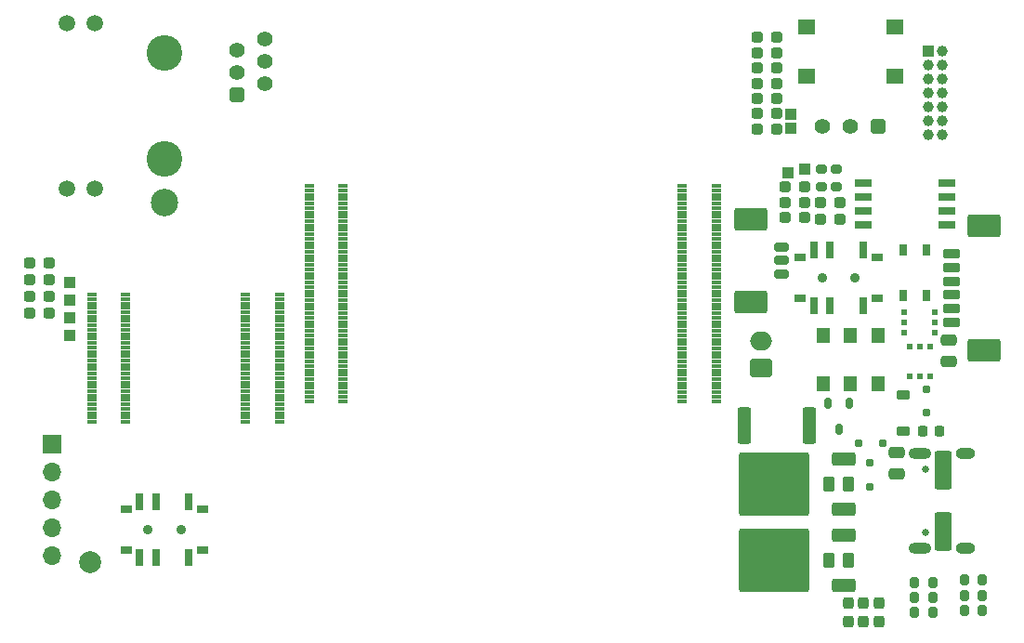
<source format=gbr>
%TF.GenerationSoftware,KiCad,Pcbnew,7.0.11*%
%TF.CreationDate,2025-07-19T14:24:56+09:00*%
%TF.ProjectId,RasPi,52617350-692e-46b6-9963-61645f706362,rev?*%
%TF.SameCoordinates,Original*%
%TF.FileFunction,Soldermask,Top*%
%TF.FilePolarity,Negative*%
%FSLAX46Y46*%
G04 Gerber Fmt 4.6, Leading zero omitted, Abs format (unit mm)*
G04 Created by KiCad (PCBNEW 7.0.11) date 2025-07-19 14:24:56*
%MOMM*%
%LPD*%
G01*
G04 APERTURE LIST*
G04 Aperture macros list*
%AMRoundRect*
0 Rectangle with rounded corners*
0 $1 Rounding radius*
0 $2 $3 $4 $5 $6 $7 $8 $9 X,Y pos of 4 corners*
0 Add a 4 corners polygon primitive as box body*
4,1,4,$2,$3,$4,$5,$6,$7,$8,$9,$2,$3,0*
0 Add four circle primitives for the rounded corners*
1,1,$1+$1,$2,$3*
1,1,$1+$1,$4,$5*
1,1,$1+$1,$6,$7*
1,1,$1+$1,$8,$9*
0 Add four rect primitives between the rounded corners*
20,1,$1+$1,$2,$3,$4,$5,0*
20,1,$1+$1,$4,$5,$6,$7,0*
20,1,$1+$1,$6,$7,$8,$9,0*
20,1,$1+$1,$8,$9,$2,$3,0*%
G04 Aperture macros list end*
%ADD10RoundRect,0.102000X-0.350000X0.100000X-0.350000X-0.100000X0.350000X-0.100000X0.350000X0.100000X0*%
%ADD11R,1.600000X1.400000*%
%ADD12RoundRect,0.102000X0.350000X-0.100000X0.350000X0.100000X-0.350000X0.100000X-0.350000X-0.100000X0*%
%ADD13RoundRect,0.250000X0.750000X-0.600000X0.750000X0.600000X-0.750000X0.600000X-0.750000X-0.600000X0*%
%ADD14O,2.000000X1.700000*%
%ADD15RoundRect,0.200000X0.275000X-0.200000X0.275000X0.200000X-0.275000X0.200000X-0.275000X-0.200000X0*%
%ADD16R,0.620000X0.575000*%
%ADD17R,1.000000X1.000000*%
%ADD18RoundRect,0.250000X-0.550000X1.500000X-0.550000X-1.500000X0.550000X-1.500000X0.550000X1.500000X0*%
%ADD19RoundRect,0.237500X0.287500X0.237500X-0.287500X0.237500X-0.287500X-0.237500X0.287500X-0.237500X0*%
%ADD20R,1.200000X1.400000*%
%ADD21RoundRect,0.237500X0.237500X-0.287500X0.237500X0.287500X-0.237500X0.287500X-0.237500X-0.287500X0*%
%ADD22RoundRect,0.175000X0.175000X-0.175000X0.175000X0.175000X-0.175000X0.175000X-0.175000X-0.175000X0*%
%ADD23RoundRect,0.250000X-0.262500X-0.450000X0.262500X-0.450000X0.262500X0.450000X-0.262500X0.450000X0*%
%ADD24C,1.000000*%
%ADD25RoundRect,0.200000X-0.200000X-0.275000X0.200000X-0.275000X0.200000X0.275000X-0.200000X0.275000X0*%
%ADD26R,0.575000X0.620000*%
%ADD27RoundRect,0.200000X-0.450000X0.200000X-0.450000X-0.200000X0.450000X-0.200000X0.450000X0.200000X0*%
%ADD28RoundRect,0.250001X-1.249999X0.799999X-1.249999X-0.799999X1.249999X-0.799999X1.249999X0.799999X0*%
%ADD29C,3.250000*%
%ADD30RoundRect,0.350000X-0.350000X0.350000X-0.350000X-0.350000X0.350000X-0.350000X0.350000X0.350000X0*%
%ADD31C,1.400000*%
%ADD32C,1.500000*%
%ADD33C,2.500000*%
%ADD34RoundRect,0.237500X-0.287500X-0.237500X0.287500X-0.237500X0.287500X0.237500X-0.287500X0.237500X0*%
%ADD35C,2.000000*%
%ADD36RoundRect,0.225000X0.375000X-0.225000X0.375000X0.225000X-0.375000X0.225000X-0.375000X-0.225000X0*%
%ADD37RoundRect,0.175000X-0.175000X0.325000X-0.175000X-0.325000X0.175000X-0.325000X0.175000X0.325000X0*%
%ADD38C,0.900000*%
%ADD39R,0.700000X1.500000*%
%ADD40R,1.000000X0.800000*%
%ADD41RoundRect,0.175000X-0.175000X0.175000X-0.175000X-0.175000X0.175000X-0.175000X0.175000X0.175000X0*%
%ADD42RoundRect,0.200000X0.600000X-0.200000X0.600000X0.200000X-0.600000X0.200000X-0.600000X-0.200000X0*%
%ADD43RoundRect,0.250001X1.249999X-0.799999X1.249999X0.799999X-1.249999X0.799999X-1.249999X-0.799999X0*%
%ADD44RoundRect,0.250000X0.850000X0.350000X-0.850000X0.350000X-0.850000X-0.350000X0.850000X-0.350000X0*%
%ADD45RoundRect,0.249997X2.950003X2.650003X-2.950003X2.650003X-2.950003X-2.650003X2.950003X-2.650003X0*%
%ADD46R,1.600000X0.760000*%
%ADD47R,1.700000X1.700000*%
%ADD48O,1.700000X1.700000*%
%ADD49RoundRect,0.175000X0.175000X0.175000X-0.175000X0.175000X-0.175000X-0.175000X0.175000X-0.175000X0*%
%ADD50RoundRect,0.250000X-0.475000X0.250000X-0.475000X-0.250000X0.475000X-0.250000X0.475000X0.250000X0*%
%ADD51R,0.650000X1.050000*%
%ADD52RoundRect,0.218750X-0.218750X-0.256250X0.218750X-0.256250X0.218750X0.256250X-0.218750X0.256250X0*%
%ADD53RoundRect,0.250000X0.362500X1.425000X-0.362500X1.425000X-0.362500X-1.425000X0.362500X-1.425000X0*%
%ADD54RoundRect,0.250000X0.475000X-0.250000X0.475000X0.250000X-0.475000X0.250000X-0.475000X-0.250000X0*%
%ADD55C,0.650000*%
%ADD56O,1.800000X1.000000*%
%ADD57O,2.100000X1.000000*%
G04 APERTURE END LIST*
D10*
%TO.C,U1*%
X137809000Y-87534000D03*
X140889000Y-87534000D03*
X137809000Y-87934000D03*
X140889000Y-87934000D03*
X137809000Y-88334000D03*
X140889000Y-88334000D03*
X137809000Y-88734000D03*
X140889000Y-88734000D03*
X137809000Y-89134000D03*
X140889000Y-89134000D03*
X137809000Y-89534000D03*
X140889000Y-89534000D03*
X137809000Y-89934000D03*
X140889000Y-89934000D03*
X137809000Y-90334000D03*
X140889000Y-90334000D03*
X137809000Y-90734000D03*
X140889000Y-90734000D03*
X137809000Y-91134000D03*
X140889000Y-91134000D03*
X137809000Y-91534000D03*
X140889000Y-91534000D03*
X137809000Y-91934000D03*
X140889000Y-91934000D03*
X137809000Y-92334000D03*
X140889000Y-92334000D03*
X137809000Y-92734000D03*
X140889000Y-92734000D03*
X137809000Y-93134000D03*
X140889000Y-93134000D03*
X137809000Y-93534000D03*
X140889000Y-93534000D03*
X137809000Y-93934000D03*
X140889000Y-93934000D03*
X137809000Y-94334000D03*
X140889000Y-94334000D03*
X137809000Y-94734000D03*
X140889000Y-94734000D03*
X137809000Y-95134000D03*
X140889000Y-95134000D03*
X137809000Y-95534000D03*
X140889000Y-95534000D03*
X137809000Y-95934000D03*
X140889000Y-95934000D03*
X137809000Y-96334000D03*
X140889000Y-96334000D03*
X137809000Y-96734000D03*
X140889000Y-96734000D03*
X137809000Y-97134000D03*
X140889000Y-97134000D03*
X137809000Y-97534000D03*
X140889000Y-97534000D03*
X137809000Y-97934000D03*
X140889000Y-97934000D03*
X137809000Y-98334000D03*
X140889000Y-98334000D03*
X137809000Y-98734000D03*
X140889000Y-98734000D03*
X137809000Y-99134000D03*
X140889000Y-99134000D03*
X137809000Y-99534000D03*
X140889000Y-99534000D03*
X137809000Y-99934000D03*
X140889000Y-99934000D03*
X137809000Y-100334000D03*
X140889000Y-100334000D03*
X137809000Y-100734000D03*
X140889000Y-100734000D03*
X137809000Y-101134000D03*
X140889000Y-101134000D03*
X137809000Y-101534000D03*
X140889000Y-101534000D03*
X137809000Y-101934000D03*
X140889000Y-101934000D03*
X137809000Y-102334000D03*
X140889000Y-102334000D03*
X137809000Y-102734000D03*
X140889000Y-102734000D03*
X137809000Y-103134000D03*
X140889000Y-103134000D03*
X137809000Y-103534000D03*
X140889000Y-103534000D03*
X137809000Y-103934000D03*
X140889000Y-103934000D03*
X137809000Y-104334000D03*
X140889000Y-104334000D03*
X137809000Y-104734000D03*
X140889000Y-104734000D03*
X137809000Y-105134000D03*
X140889000Y-105134000D03*
X137809000Y-105534000D03*
X140889000Y-105534000D03*
X137809000Y-105934000D03*
X140889000Y-105934000D03*
X137809000Y-106334000D03*
X140889000Y-106334000D03*
X137809000Y-106734000D03*
X140889000Y-106734000D03*
X137809000Y-107134000D03*
X140889000Y-107134000D03*
X171809000Y-87534000D03*
X174889000Y-87534000D03*
X171809000Y-87934000D03*
X174889000Y-87934000D03*
X171809000Y-88334000D03*
X174889000Y-88334000D03*
X171809000Y-88734000D03*
X174889000Y-88734000D03*
X171809000Y-89134000D03*
X174889000Y-89134000D03*
X171809000Y-89534000D03*
X174889000Y-89534000D03*
X171809000Y-89934000D03*
X174889000Y-89934000D03*
X171809000Y-90334000D03*
X174889000Y-90334000D03*
X171809000Y-90734000D03*
X174889000Y-90734000D03*
X171809000Y-91134000D03*
X174889000Y-91134000D03*
X171809000Y-91534000D03*
X174889000Y-91534000D03*
X171809000Y-91934000D03*
X174889000Y-91934000D03*
X171809000Y-92334000D03*
X174889000Y-92334000D03*
X171809000Y-92734000D03*
X174889000Y-92734000D03*
X171809000Y-93134000D03*
X174889000Y-93134000D03*
X171809000Y-93534000D03*
X174889000Y-93534000D03*
X171809000Y-93934000D03*
X174889000Y-93934000D03*
X171809000Y-94334000D03*
X174889000Y-94334000D03*
X171809000Y-94734000D03*
X174889000Y-94734000D03*
X171809000Y-95134000D03*
X174889000Y-95134000D03*
X171809000Y-95534000D03*
X174889000Y-95534000D03*
X171809000Y-95934000D03*
X174889000Y-95934000D03*
X171809000Y-96334000D03*
X174889000Y-96334000D03*
X171809000Y-96734000D03*
X174889000Y-96734000D03*
X171809000Y-97134000D03*
X174889000Y-97134000D03*
X171809000Y-97534000D03*
X174889000Y-97534000D03*
X171809000Y-97934000D03*
X174889000Y-97934000D03*
X171809000Y-98334000D03*
X174889000Y-98334000D03*
X171809000Y-98734000D03*
X174889000Y-98734000D03*
X171809000Y-99134000D03*
X174889000Y-99134000D03*
X171809000Y-99534000D03*
X174889000Y-99534000D03*
X171809000Y-99934000D03*
X174889000Y-99934000D03*
X171809000Y-100334000D03*
X174889000Y-100334000D03*
X171809000Y-100734000D03*
X174889000Y-100734000D03*
X171809000Y-101134000D03*
X174889000Y-101134000D03*
X171809000Y-101534000D03*
X174889000Y-101534000D03*
X171809000Y-101934000D03*
X174889000Y-101934000D03*
X171809000Y-102334000D03*
X174889000Y-102334000D03*
X171809000Y-102734000D03*
X174889000Y-102734000D03*
X171809000Y-103134000D03*
X174889000Y-103134000D03*
X171809000Y-103534000D03*
X174889000Y-103534000D03*
X171809000Y-103934000D03*
X174889000Y-103934000D03*
X171809000Y-104334000D03*
X174889000Y-104334000D03*
X171809000Y-104734000D03*
X174889000Y-104734000D03*
X171809000Y-105134000D03*
X174889000Y-105134000D03*
X171809000Y-105534000D03*
X174889000Y-105534000D03*
X171809000Y-105934000D03*
X174889000Y-105934000D03*
X171809000Y-106334000D03*
X174889000Y-106334000D03*
X171809000Y-106734000D03*
X174889000Y-106734000D03*
X171809000Y-107134000D03*
X174889000Y-107134000D03*
%TD*%
D11*
%TO.C,SW1*%
X183149000Y-73044000D03*
X191149000Y-73044000D03*
X183149000Y-77544000D03*
X191149000Y-77544000D03*
%TD*%
D12*
%TO.C,U7*%
X135089000Y-97433999D03*
X132009000Y-97433999D03*
X135089000Y-97833999D03*
X132009000Y-97833999D03*
X135089000Y-98233999D03*
X132009000Y-98233999D03*
X135089000Y-98633999D03*
X132009000Y-98633999D03*
X135089000Y-99033999D03*
X132009000Y-99033999D03*
X135089000Y-99433999D03*
X132009000Y-99433999D03*
X135089000Y-99833999D03*
X132009000Y-99833999D03*
X135089000Y-100233999D03*
X132009000Y-100233999D03*
X135089000Y-100633999D03*
X132009000Y-100633999D03*
X135089000Y-101033999D03*
X132009000Y-101033999D03*
X135089000Y-101433999D03*
X132009000Y-101433999D03*
X135089000Y-101833999D03*
X132009000Y-101833999D03*
X135089000Y-102233999D03*
X132009000Y-102233999D03*
X135089000Y-102633999D03*
X132009000Y-102633999D03*
X135089000Y-103033999D03*
X132009000Y-103033999D03*
X135089000Y-103433999D03*
X132009000Y-103433999D03*
X135089000Y-103833999D03*
X132009000Y-103833999D03*
X135089000Y-104233999D03*
X132009000Y-104233999D03*
X135089000Y-104633999D03*
X132009000Y-104633999D03*
X135089000Y-105033999D03*
X132009000Y-105033999D03*
X135089000Y-105433999D03*
X132009000Y-105433999D03*
X135089000Y-105833999D03*
X132009000Y-105833999D03*
X135089000Y-106233999D03*
X132009000Y-106233999D03*
X135089000Y-106633999D03*
X132009000Y-106633999D03*
X135089000Y-107033999D03*
X132009000Y-107033999D03*
X135089000Y-107433999D03*
X132009000Y-107433999D03*
X135089000Y-107833999D03*
X132009000Y-107833999D03*
X135089000Y-108233999D03*
X132009000Y-108233999D03*
X135089000Y-108633999D03*
X132009000Y-108633999D03*
X135089000Y-109033999D03*
X132009000Y-109033999D03*
X121089000Y-97434000D03*
X118009000Y-97434000D03*
X121089000Y-97834000D03*
X118009000Y-97834000D03*
X121089000Y-98234000D03*
X118009000Y-98234000D03*
X121089000Y-98634000D03*
X118009000Y-98634000D03*
X121089000Y-99034000D03*
X118009000Y-99034000D03*
X121089000Y-99434000D03*
X118009000Y-99434000D03*
X121089000Y-99834000D03*
X118009000Y-99834000D03*
X121089000Y-100234000D03*
X118009000Y-100234000D03*
X121089000Y-100634000D03*
X118009000Y-100634000D03*
X121089000Y-101034000D03*
X118009000Y-101034000D03*
X121089000Y-101434000D03*
X118009000Y-101434000D03*
X121089000Y-101834000D03*
X118009000Y-101834000D03*
X121089000Y-102234000D03*
X118009000Y-102234000D03*
X121089000Y-102634000D03*
X118009000Y-102634000D03*
X121089000Y-103034000D03*
X118009000Y-103034000D03*
X121089000Y-103434000D03*
X118009000Y-103434000D03*
X121089000Y-103834000D03*
X118009000Y-103834000D03*
X121089000Y-104234000D03*
X118009000Y-104234000D03*
X121089000Y-104634000D03*
X118009000Y-104634000D03*
X121089000Y-105034000D03*
X118009000Y-105034000D03*
X121089000Y-105434000D03*
X118009000Y-105434000D03*
X121089000Y-105834000D03*
X118009000Y-105834000D03*
X121089000Y-106234000D03*
X118009000Y-106234000D03*
X121089000Y-106634000D03*
X118009000Y-106634000D03*
X121089000Y-107034000D03*
X118009000Y-107034000D03*
X121089000Y-107434000D03*
X118009000Y-107434000D03*
X121089000Y-107834000D03*
X118009000Y-107834000D03*
X121089000Y-108234000D03*
X118009000Y-108234000D03*
X121089000Y-108634000D03*
X118009000Y-108634000D03*
X121089000Y-109034000D03*
X118009000Y-109034000D03*
%TD*%
D13*
%TO.C,J5*%
X178998999Y-104134000D03*
D14*
X178998999Y-101634000D03*
%TD*%
D15*
%TO.C,R4*%
X184459000Y-85979000D03*
X184459000Y-87629000D03*
%TD*%
D16*
%TO.C,Q14*%
X192489000Y-102126000D03*
X193439000Y-102126000D03*
X194389000Y-102126000D03*
X194389000Y-104902000D03*
X193439000Y-104902000D03*
X192489000Y-104902000D03*
%TD*%
D17*
%TO.C,H3*%
X115949000Y-99534000D03*
%TD*%
D18*
%TO.C,C29*%
X195569000Y-119044000D03*
X195569000Y-113444000D03*
%TD*%
D19*
%TO.C,D19*%
X178634000Y-80944000D03*
X180384000Y-80944000D03*
%TD*%
D20*
%TO.C,SW6*%
X184619000Y-101124000D03*
X184619000Y-105524000D03*
X187119000Y-101124000D03*
X187119000Y-105524000D03*
X189619000Y-101124000D03*
X189619000Y-105524000D03*
%TD*%
D21*
%TO.C,D11*%
X189679000Y-125499000D03*
X189679000Y-127249000D03*
%TD*%
D17*
%TO.C,H6*%
X181459000Y-86344000D03*
%TD*%
D22*
%TO.C,D5*%
X188855000Y-112790000D03*
X188855000Y-114940000D03*
%TD*%
D23*
%TO.C,R140*%
X186961500Y-121634000D03*
X185136500Y-121634000D03*
%TD*%
D15*
%TO.C,R5*%
X185789000Y-85979000D03*
X185789000Y-87629000D03*
%TD*%
D19*
%TO.C,D25*%
X178634000Y-79554000D03*
X180384000Y-79554000D03*
%TD*%
D24*
%TO.C,J1*%
X195519000Y-82844000D03*
X194249000Y-82844000D03*
X195519000Y-81574000D03*
X194249000Y-81574000D03*
X195519000Y-80304000D03*
X194249000Y-80304000D03*
X195519000Y-79034000D03*
X194249000Y-79034000D03*
X195519000Y-77764000D03*
X194249000Y-77764000D03*
X195519000Y-76494000D03*
X194249000Y-76494000D03*
X195519000Y-75224000D03*
D17*
X194249000Y-75224000D03*
%TD*%
D25*
%TO.C,C69*%
X199144000Y-124844000D03*
X197494000Y-124844000D03*
%TD*%
D19*
%TO.C,D2*%
X184374000Y-89034000D03*
X186124000Y-89034000D03*
%TD*%
%TO.C,D28*%
X178634000Y-82344000D03*
X180384000Y-82344000D03*
%TD*%
%TO.C,D21*%
X181174000Y-87634000D03*
X182924000Y-87634000D03*
%TD*%
D26*
%TO.C,Q12*%
X194807000Y-99004000D03*
X194807000Y-99954000D03*
X194807000Y-100904000D03*
X192031000Y-100904000D03*
X192031000Y-99954000D03*
X192031000Y-99004000D03*
%TD*%
D27*
%TO.C,J4*%
X180799000Y-93084000D03*
X180799000Y-94334000D03*
X180799000Y-95584000D03*
D28*
X178049000Y-90534000D03*
X178049000Y-98134000D03*
%TD*%
D29*
%TO.C,J13*%
X124599000Y-75409000D03*
X124599000Y-85059000D03*
D30*
X131199000Y-79214000D03*
D31*
X131199000Y-77184000D03*
X131199000Y-75154000D03*
X133739000Y-78194000D03*
X133739000Y-76164000D03*
X133739000Y-74134000D03*
D32*
X118249000Y-87754000D03*
X115709000Y-87754000D03*
X118249000Y-72714000D03*
X115709000Y-72714000D03*
D33*
X124599000Y-89024000D03*
%TD*%
D17*
%TO.C,H5*%
X182969000Y-86014000D03*
%TD*%
%TO.C,H7*%
X181655000Y-80986000D03*
%TD*%
D19*
%TO.C,D20*%
X181174000Y-89034000D03*
X182924000Y-89034000D03*
%TD*%
D25*
%TO.C,C26*%
X194624000Y-125054000D03*
X192974000Y-125054000D03*
%TD*%
D34*
%TO.C,D13*%
X114124000Y-96084000D03*
X112374000Y-96084000D03*
%TD*%
D35*
%TO.C,TP1*%
X117811000Y-121769000D03*
%TD*%
D36*
%TO.C,D7*%
X191949000Y-106564000D03*
X191949000Y-109864000D03*
%TD*%
D37*
%TO.C,Q33*%
X186049000Y-109724000D03*
X185099000Y-107324000D03*
X186999000Y-107324000D03*
%TD*%
D19*
%TO.C,D26*%
X178634000Y-76774000D03*
X180384000Y-76774000D03*
%TD*%
D38*
%TO.C,SW7*%
X126104000Y-118833000D03*
X123104000Y-118833000D03*
D39*
X126854000Y-121383000D03*
X123854000Y-121383000D03*
X122354000Y-121383000D03*
X126854000Y-116283000D03*
X123854000Y-116283000D03*
X122354000Y-116283000D03*
D40*
X128104000Y-120683000D03*
X121104000Y-120683000D03*
X128104000Y-116983000D03*
X121104000Y-116983000D03*
%TD*%
D34*
%TO.C,D12*%
X114124000Y-94584000D03*
X112374000Y-94584000D03*
%TD*%
D25*
%TO.C,R126*%
X199144000Y-126224000D03*
X197494000Y-126224000D03*
%TD*%
D21*
%TO.C,D10*%
X188319000Y-127254000D03*
X188319000Y-125504000D03*
%TD*%
D25*
%TO.C,R127*%
X199144000Y-123454000D03*
X197494000Y-123454000D03*
%TD*%
D17*
%TO.C,H2*%
X115949000Y-97934000D03*
%TD*%
D31*
%TO.C,SW2*%
X184597000Y-82101000D03*
X187137000Y-82101000D03*
D30*
X189677000Y-82101000D03*
%TD*%
D17*
%TO.C,H1*%
X115949000Y-96334000D03*
%TD*%
D41*
%TO.C,D6*%
X194049000Y-108219000D03*
X194049000Y-106069000D03*
%TD*%
D34*
%TO.C,D15*%
X114124000Y-99084000D03*
X112374000Y-99084000D03*
%TD*%
D42*
%TO.C,J2*%
X196349000Y-99959000D03*
X196349000Y-98709000D03*
X196349000Y-97459000D03*
X196349000Y-96209000D03*
X196349000Y-94959000D03*
X196349000Y-93709000D03*
D43*
X199249000Y-102509000D03*
X199249000Y-91159000D03*
%TD*%
D44*
%TO.C,Q39*%
X186489000Y-119354000D03*
D45*
X180189000Y-121634000D03*
D44*
X186489000Y-123914000D03*
%TD*%
%TO.C,Q31*%
X186479000Y-112424000D03*
D45*
X180179000Y-114704000D03*
D44*
X186479000Y-116984000D03*
%TD*%
D17*
%TO.C,H4*%
X115949000Y-101134000D03*
%TD*%
D21*
%TO.C,D9*%
X186959000Y-125499000D03*
X186959000Y-127249000D03*
%TD*%
D19*
%TO.C,D22*%
X181174000Y-90434000D03*
X182924000Y-90434000D03*
%TD*%
%TO.C,D3*%
X184374000Y-90534000D03*
X186124000Y-90534000D03*
%TD*%
D46*
%TO.C,SW3*%
X195859000Y-87259000D03*
X195859000Y-88529000D03*
X195859000Y-89799000D03*
X195859000Y-91069000D03*
X188239000Y-91069000D03*
X188239000Y-89799000D03*
X188239000Y-88529000D03*
X188239000Y-87259000D03*
%TD*%
D34*
%TO.C,D14*%
X114124000Y-97584000D03*
X112374000Y-97584000D03*
%TD*%
D47*
%TO.C,J6*%
X114349000Y-111084000D03*
D48*
X114349000Y-113624000D03*
X114349000Y-116164000D03*
X114349000Y-118704000D03*
X114349000Y-121244000D03*
%TD*%
D49*
%TO.C,D4*%
X187874000Y-110944000D03*
X190024000Y-110944000D03*
%TD*%
D50*
%TO.C,C48*%
X191349000Y-113754000D03*
X191349000Y-111854000D03*
%TD*%
D25*
%TO.C,R139*%
X194624000Y-123694000D03*
X192974000Y-123694000D03*
%TD*%
D38*
%TO.C,SW4*%
X187519000Y-95884000D03*
X184519000Y-95884000D03*
D39*
X188269000Y-98434000D03*
X185269000Y-98434000D03*
X183769000Y-98434000D03*
X188269000Y-93334000D03*
X185269000Y-93334000D03*
X183769000Y-93334000D03*
D40*
X189519000Y-97734000D03*
X182519000Y-97734000D03*
X189519000Y-94034000D03*
X182519000Y-94034000D03*
%TD*%
D19*
%TO.C,D23*%
X178634000Y-73974000D03*
X180384000Y-73974000D03*
%TD*%
%TO.C,D29*%
X178634000Y-78164000D03*
X180384000Y-78164000D03*
%TD*%
D17*
%TO.C,H8*%
X181656000Y-82289000D03*
%TD*%
D25*
%TO.C,R143*%
X194624000Y-126414000D03*
X192974000Y-126414000D03*
%TD*%
D51*
%TO.C,SW5*%
X194034000Y-93359000D03*
X194034000Y-97509000D03*
X191884000Y-93359000D03*
X191884000Y-97484000D03*
%TD*%
D52*
%TO.C,L1*%
X195256500Y-109864000D03*
X193681500Y-109864000D03*
%TD*%
D53*
%TO.C,R149*%
X177466500Y-109354000D03*
X183391500Y-109354000D03*
%TD*%
D19*
%TO.C,D24*%
X178634000Y-75374000D03*
X180384000Y-75374000D03*
%TD*%
D23*
%TO.C,R125*%
X186961500Y-114734000D03*
X185136500Y-114734000D03*
%TD*%
D54*
%TO.C,C27*%
X196089000Y-101584000D03*
X196089000Y-103484000D03*
%TD*%
D55*
%TO.C,J11*%
X193944000Y-113344000D03*
X193944000Y-119124000D03*
D56*
X197624000Y-111914000D03*
D57*
X193424000Y-111914000D03*
D56*
X197624000Y-120554000D03*
D57*
X193424000Y-120554000D03*
%TD*%
M02*

</source>
